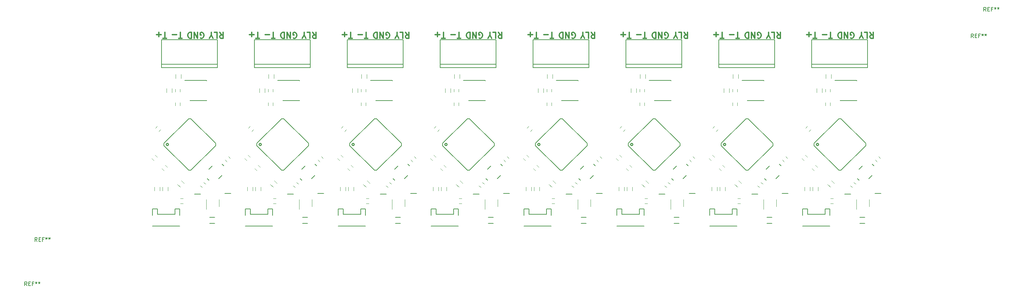
<source format=gto>
G04 #@! TF.FileFunction,Legend,Top*
%FSLAX46Y46*%
G04 Gerber Fmt 4.6, Leading zero omitted, Abs format (unit mm)*
G04 Created by KiCad (PCBNEW 4.0.6) date 11/21/17 13:37:13*
%MOMM*%
%LPD*%
G01*
G04 APERTURE LIST*
%ADD10C,0.100000*%
%ADD11C,0.300000*%
%ADD12C,0.120000*%
%ADD13C,0.203200*%
%ADD14C,0.150000*%
%ADD15C,0.254000*%
G04 APERTURE END LIST*
D10*
D11*
X234292694Y-66977118D02*
X233435551Y-66977118D01*
X233864122Y-65477118D02*
X233864122Y-66977118D01*
X232935551Y-66048546D02*
X231792694Y-66048546D01*
X210924694Y-66977118D02*
X210067551Y-66977118D01*
X210496122Y-65477118D02*
X210496122Y-66977118D01*
X209567551Y-66048546D02*
X208424694Y-66048546D01*
X187556694Y-66977118D02*
X186699551Y-66977118D01*
X187128122Y-65477118D02*
X187128122Y-66977118D01*
X186199551Y-66048546D02*
X185056694Y-66048546D01*
X164188694Y-66977118D02*
X163331551Y-66977118D01*
X163760122Y-65477118D02*
X163760122Y-66977118D01*
X162831551Y-66048546D02*
X161688694Y-66048546D01*
X140820694Y-66977118D02*
X139963551Y-66977118D01*
X140392122Y-65477118D02*
X140392122Y-66977118D01*
X139463551Y-66048546D02*
X138320694Y-66048546D01*
X117452694Y-66977118D02*
X116595551Y-66977118D01*
X117024122Y-65477118D02*
X117024122Y-66977118D01*
X116095551Y-66048546D02*
X114952694Y-66048546D01*
X94084694Y-66977118D02*
X93227551Y-66977118D01*
X93656122Y-65477118D02*
X93656122Y-66977118D01*
X92727551Y-66048546D02*
X91584694Y-66048546D01*
X70716694Y-66977118D02*
X69859551Y-66977118D01*
X70288122Y-65477118D02*
X70288122Y-66977118D01*
X69359551Y-66048546D02*
X68216694Y-66048546D01*
X238904408Y-66905689D02*
X239047265Y-66977118D01*
X239261551Y-66977118D01*
X239475836Y-66905689D01*
X239618694Y-66762832D01*
X239690122Y-66619975D01*
X239761551Y-66334260D01*
X239761551Y-66119975D01*
X239690122Y-65834260D01*
X239618694Y-65691403D01*
X239475836Y-65548546D01*
X239261551Y-65477118D01*
X239118694Y-65477118D01*
X238904408Y-65548546D01*
X238832979Y-65619975D01*
X238832979Y-66119975D01*
X239118694Y-66119975D01*
X238190122Y-65477118D02*
X238190122Y-66977118D01*
X237332979Y-65477118D01*
X237332979Y-66977118D01*
X236618693Y-65477118D02*
X236618693Y-66977118D01*
X236261550Y-66977118D01*
X236047265Y-66905689D01*
X235904407Y-66762832D01*
X235832979Y-66619975D01*
X235761550Y-66334260D01*
X235761550Y-66119975D01*
X235832979Y-65834260D01*
X235904407Y-65691403D01*
X236047265Y-65548546D01*
X236261550Y-65477118D01*
X236618693Y-65477118D01*
X215536408Y-66905689D02*
X215679265Y-66977118D01*
X215893551Y-66977118D01*
X216107836Y-66905689D01*
X216250694Y-66762832D01*
X216322122Y-66619975D01*
X216393551Y-66334260D01*
X216393551Y-66119975D01*
X216322122Y-65834260D01*
X216250694Y-65691403D01*
X216107836Y-65548546D01*
X215893551Y-65477118D01*
X215750694Y-65477118D01*
X215536408Y-65548546D01*
X215464979Y-65619975D01*
X215464979Y-66119975D01*
X215750694Y-66119975D01*
X214822122Y-65477118D02*
X214822122Y-66977118D01*
X213964979Y-65477118D01*
X213964979Y-66977118D01*
X213250693Y-65477118D02*
X213250693Y-66977118D01*
X212893550Y-66977118D01*
X212679265Y-66905689D01*
X212536407Y-66762832D01*
X212464979Y-66619975D01*
X212393550Y-66334260D01*
X212393550Y-66119975D01*
X212464979Y-65834260D01*
X212536407Y-65691403D01*
X212679265Y-65548546D01*
X212893550Y-65477118D01*
X213250693Y-65477118D01*
X192168408Y-66905689D02*
X192311265Y-66977118D01*
X192525551Y-66977118D01*
X192739836Y-66905689D01*
X192882694Y-66762832D01*
X192954122Y-66619975D01*
X193025551Y-66334260D01*
X193025551Y-66119975D01*
X192954122Y-65834260D01*
X192882694Y-65691403D01*
X192739836Y-65548546D01*
X192525551Y-65477118D01*
X192382694Y-65477118D01*
X192168408Y-65548546D01*
X192096979Y-65619975D01*
X192096979Y-66119975D01*
X192382694Y-66119975D01*
X191454122Y-65477118D02*
X191454122Y-66977118D01*
X190596979Y-65477118D01*
X190596979Y-66977118D01*
X189882693Y-65477118D02*
X189882693Y-66977118D01*
X189525550Y-66977118D01*
X189311265Y-66905689D01*
X189168407Y-66762832D01*
X189096979Y-66619975D01*
X189025550Y-66334260D01*
X189025550Y-66119975D01*
X189096979Y-65834260D01*
X189168407Y-65691403D01*
X189311265Y-65548546D01*
X189525550Y-65477118D01*
X189882693Y-65477118D01*
X168800408Y-66905689D02*
X168943265Y-66977118D01*
X169157551Y-66977118D01*
X169371836Y-66905689D01*
X169514694Y-66762832D01*
X169586122Y-66619975D01*
X169657551Y-66334260D01*
X169657551Y-66119975D01*
X169586122Y-65834260D01*
X169514694Y-65691403D01*
X169371836Y-65548546D01*
X169157551Y-65477118D01*
X169014694Y-65477118D01*
X168800408Y-65548546D01*
X168728979Y-65619975D01*
X168728979Y-66119975D01*
X169014694Y-66119975D01*
X168086122Y-65477118D02*
X168086122Y-66977118D01*
X167228979Y-65477118D01*
X167228979Y-66977118D01*
X166514693Y-65477118D02*
X166514693Y-66977118D01*
X166157550Y-66977118D01*
X165943265Y-66905689D01*
X165800407Y-66762832D01*
X165728979Y-66619975D01*
X165657550Y-66334260D01*
X165657550Y-66119975D01*
X165728979Y-65834260D01*
X165800407Y-65691403D01*
X165943265Y-65548546D01*
X166157550Y-65477118D01*
X166514693Y-65477118D01*
X145432408Y-66905689D02*
X145575265Y-66977118D01*
X145789551Y-66977118D01*
X146003836Y-66905689D01*
X146146694Y-66762832D01*
X146218122Y-66619975D01*
X146289551Y-66334260D01*
X146289551Y-66119975D01*
X146218122Y-65834260D01*
X146146694Y-65691403D01*
X146003836Y-65548546D01*
X145789551Y-65477118D01*
X145646694Y-65477118D01*
X145432408Y-65548546D01*
X145360979Y-65619975D01*
X145360979Y-66119975D01*
X145646694Y-66119975D01*
X144718122Y-65477118D02*
X144718122Y-66977118D01*
X143860979Y-65477118D01*
X143860979Y-66977118D01*
X143146693Y-65477118D02*
X143146693Y-66977118D01*
X142789550Y-66977118D01*
X142575265Y-66905689D01*
X142432407Y-66762832D01*
X142360979Y-66619975D01*
X142289550Y-66334260D01*
X142289550Y-66119975D01*
X142360979Y-65834260D01*
X142432407Y-65691403D01*
X142575265Y-65548546D01*
X142789550Y-65477118D01*
X143146693Y-65477118D01*
X122064408Y-66905689D02*
X122207265Y-66977118D01*
X122421551Y-66977118D01*
X122635836Y-66905689D01*
X122778694Y-66762832D01*
X122850122Y-66619975D01*
X122921551Y-66334260D01*
X122921551Y-66119975D01*
X122850122Y-65834260D01*
X122778694Y-65691403D01*
X122635836Y-65548546D01*
X122421551Y-65477118D01*
X122278694Y-65477118D01*
X122064408Y-65548546D01*
X121992979Y-65619975D01*
X121992979Y-66119975D01*
X122278694Y-66119975D01*
X121350122Y-65477118D02*
X121350122Y-66977118D01*
X120492979Y-65477118D01*
X120492979Y-66977118D01*
X119778693Y-65477118D02*
X119778693Y-66977118D01*
X119421550Y-66977118D01*
X119207265Y-66905689D01*
X119064407Y-66762832D01*
X118992979Y-66619975D01*
X118921550Y-66334260D01*
X118921550Y-66119975D01*
X118992979Y-65834260D01*
X119064407Y-65691403D01*
X119207265Y-65548546D01*
X119421550Y-65477118D01*
X119778693Y-65477118D01*
X98696408Y-66905689D02*
X98839265Y-66977118D01*
X99053551Y-66977118D01*
X99267836Y-66905689D01*
X99410694Y-66762832D01*
X99482122Y-66619975D01*
X99553551Y-66334260D01*
X99553551Y-66119975D01*
X99482122Y-65834260D01*
X99410694Y-65691403D01*
X99267836Y-65548546D01*
X99053551Y-65477118D01*
X98910694Y-65477118D01*
X98696408Y-65548546D01*
X98624979Y-65619975D01*
X98624979Y-66119975D01*
X98910694Y-66119975D01*
X97982122Y-65477118D02*
X97982122Y-66977118D01*
X97124979Y-65477118D01*
X97124979Y-66977118D01*
X96410693Y-65477118D02*
X96410693Y-66977118D01*
X96053550Y-66977118D01*
X95839265Y-66905689D01*
X95696407Y-66762832D01*
X95624979Y-66619975D01*
X95553550Y-66334260D01*
X95553550Y-66119975D01*
X95624979Y-65834260D01*
X95696407Y-65691403D01*
X95839265Y-65548546D01*
X96053550Y-65477118D01*
X96410693Y-65477118D01*
X75328408Y-66905689D02*
X75471265Y-66977118D01*
X75685551Y-66977118D01*
X75899836Y-66905689D01*
X76042694Y-66762832D01*
X76114122Y-66619975D01*
X76185551Y-66334260D01*
X76185551Y-66119975D01*
X76114122Y-65834260D01*
X76042694Y-65691403D01*
X75899836Y-65548546D01*
X75685551Y-65477118D01*
X75542694Y-65477118D01*
X75328408Y-65548546D01*
X75256979Y-65619975D01*
X75256979Y-66119975D01*
X75542694Y-66119975D01*
X74614122Y-65477118D02*
X74614122Y-66977118D01*
X73756979Y-65477118D01*
X73756979Y-66977118D01*
X73042693Y-65477118D02*
X73042693Y-66977118D01*
X72685550Y-66977118D01*
X72471265Y-66905689D01*
X72328407Y-66762832D01*
X72256979Y-66619975D01*
X72185550Y-66334260D01*
X72185550Y-66119975D01*
X72256979Y-65834260D01*
X72328407Y-65691403D01*
X72471265Y-65548546D01*
X72685550Y-65477118D01*
X73042693Y-65477118D01*
X243754265Y-65477118D02*
X244254265Y-66191403D01*
X244611408Y-65477118D02*
X244611408Y-66977118D01*
X244039980Y-66977118D01*
X243897122Y-66905689D01*
X243825694Y-66834260D01*
X243754265Y-66691403D01*
X243754265Y-66477118D01*
X243825694Y-66334260D01*
X243897122Y-66262832D01*
X244039980Y-66191403D01*
X244611408Y-66191403D01*
X242397122Y-65477118D02*
X243111408Y-65477118D01*
X243111408Y-66977118D01*
X241611408Y-66191403D02*
X241611408Y-65477118D01*
X242111408Y-66977118D02*
X241611408Y-66191403D01*
X241111408Y-66977118D01*
X220386265Y-65477118D02*
X220886265Y-66191403D01*
X221243408Y-65477118D02*
X221243408Y-66977118D01*
X220671980Y-66977118D01*
X220529122Y-66905689D01*
X220457694Y-66834260D01*
X220386265Y-66691403D01*
X220386265Y-66477118D01*
X220457694Y-66334260D01*
X220529122Y-66262832D01*
X220671980Y-66191403D01*
X221243408Y-66191403D01*
X219029122Y-65477118D02*
X219743408Y-65477118D01*
X219743408Y-66977118D01*
X218243408Y-66191403D02*
X218243408Y-65477118D01*
X218743408Y-66977118D02*
X218243408Y-66191403D01*
X217743408Y-66977118D01*
X197018265Y-65477118D02*
X197518265Y-66191403D01*
X197875408Y-65477118D02*
X197875408Y-66977118D01*
X197303980Y-66977118D01*
X197161122Y-66905689D01*
X197089694Y-66834260D01*
X197018265Y-66691403D01*
X197018265Y-66477118D01*
X197089694Y-66334260D01*
X197161122Y-66262832D01*
X197303980Y-66191403D01*
X197875408Y-66191403D01*
X195661122Y-65477118D02*
X196375408Y-65477118D01*
X196375408Y-66977118D01*
X194875408Y-66191403D02*
X194875408Y-65477118D01*
X195375408Y-66977118D02*
X194875408Y-66191403D01*
X194375408Y-66977118D01*
X173650265Y-65477118D02*
X174150265Y-66191403D01*
X174507408Y-65477118D02*
X174507408Y-66977118D01*
X173935980Y-66977118D01*
X173793122Y-66905689D01*
X173721694Y-66834260D01*
X173650265Y-66691403D01*
X173650265Y-66477118D01*
X173721694Y-66334260D01*
X173793122Y-66262832D01*
X173935980Y-66191403D01*
X174507408Y-66191403D01*
X172293122Y-65477118D02*
X173007408Y-65477118D01*
X173007408Y-66977118D01*
X171507408Y-66191403D02*
X171507408Y-65477118D01*
X172007408Y-66977118D02*
X171507408Y-66191403D01*
X171007408Y-66977118D01*
X150282265Y-65477118D02*
X150782265Y-66191403D01*
X151139408Y-65477118D02*
X151139408Y-66977118D01*
X150567980Y-66977118D01*
X150425122Y-66905689D01*
X150353694Y-66834260D01*
X150282265Y-66691403D01*
X150282265Y-66477118D01*
X150353694Y-66334260D01*
X150425122Y-66262832D01*
X150567980Y-66191403D01*
X151139408Y-66191403D01*
X148925122Y-65477118D02*
X149639408Y-65477118D01*
X149639408Y-66977118D01*
X148139408Y-66191403D02*
X148139408Y-65477118D01*
X148639408Y-66977118D02*
X148139408Y-66191403D01*
X147639408Y-66977118D01*
X126914265Y-65477118D02*
X127414265Y-66191403D01*
X127771408Y-65477118D02*
X127771408Y-66977118D01*
X127199980Y-66977118D01*
X127057122Y-66905689D01*
X126985694Y-66834260D01*
X126914265Y-66691403D01*
X126914265Y-66477118D01*
X126985694Y-66334260D01*
X127057122Y-66262832D01*
X127199980Y-66191403D01*
X127771408Y-66191403D01*
X125557122Y-65477118D02*
X126271408Y-65477118D01*
X126271408Y-66977118D01*
X124771408Y-66191403D02*
X124771408Y-65477118D01*
X125271408Y-66977118D02*
X124771408Y-66191403D01*
X124271408Y-66977118D01*
X103546265Y-65477118D02*
X104046265Y-66191403D01*
X104403408Y-65477118D02*
X104403408Y-66977118D01*
X103831980Y-66977118D01*
X103689122Y-66905689D01*
X103617694Y-66834260D01*
X103546265Y-66691403D01*
X103546265Y-66477118D01*
X103617694Y-66334260D01*
X103689122Y-66262832D01*
X103831980Y-66191403D01*
X104403408Y-66191403D01*
X102189122Y-65477118D02*
X102903408Y-65477118D01*
X102903408Y-66977118D01*
X101403408Y-66191403D02*
X101403408Y-65477118D01*
X101903408Y-66977118D02*
X101403408Y-66191403D01*
X100903408Y-66977118D01*
X80178265Y-65477118D02*
X80678265Y-66191403D01*
X81035408Y-65477118D02*
X81035408Y-66977118D01*
X80463980Y-66977118D01*
X80321122Y-66905689D01*
X80249694Y-66834260D01*
X80178265Y-66691403D01*
X80178265Y-66477118D01*
X80249694Y-66334260D01*
X80321122Y-66262832D01*
X80463980Y-66191403D01*
X81035408Y-66191403D01*
X78821122Y-65477118D02*
X79535408Y-65477118D01*
X79535408Y-66977118D01*
X78035408Y-66191403D02*
X78035408Y-65477118D01*
X78535408Y-66977118D02*
X78035408Y-66191403D01*
X77535408Y-66977118D01*
X230355694Y-66977118D02*
X229498551Y-66977118D01*
X229927122Y-65477118D02*
X229927122Y-66977118D01*
X228998551Y-66048546D02*
X227855694Y-66048546D01*
X228427123Y-65477118D02*
X228427123Y-66619975D01*
X206987694Y-66977118D02*
X206130551Y-66977118D01*
X206559122Y-65477118D02*
X206559122Y-66977118D01*
X205630551Y-66048546D02*
X204487694Y-66048546D01*
X205059123Y-65477118D02*
X205059123Y-66619975D01*
X183619694Y-66977118D02*
X182762551Y-66977118D01*
X183191122Y-65477118D02*
X183191122Y-66977118D01*
X182262551Y-66048546D02*
X181119694Y-66048546D01*
X181691123Y-65477118D02*
X181691123Y-66619975D01*
X160251694Y-66977118D02*
X159394551Y-66977118D01*
X159823122Y-65477118D02*
X159823122Y-66977118D01*
X158894551Y-66048546D02*
X157751694Y-66048546D01*
X158323123Y-65477118D02*
X158323123Y-66619975D01*
X136883694Y-66977118D02*
X136026551Y-66977118D01*
X136455122Y-65477118D02*
X136455122Y-66977118D01*
X135526551Y-66048546D02*
X134383694Y-66048546D01*
X134955123Y-65477118D02*
X134955123Y-66619975D01*
X113515694Y-66977118D02*
X112658551Y-66977118D01*
X113087122Y-65477118D02*
X113087122Y-66977118D01*
X112158551Y-66048546D02*
X111015694Y-66048546D01*
X111587123Y-65477118D02*
X111587123Y-66619975D01*
X90147694Y-66977118D02*
X89290551Y-66977118D01*
X89719122Y-65477118D02*
X89719122Y-66977118D01*
X88790551Y-66048546D02*
X87647694Y-66048546D01*
X88219123Y-65477118D02*
X88219123Y-66619975D01*
X66779694Y-66977118D02*
X65922551Y-66977118D01*
X66351122Y-65477118D02*
X66351122Y-66977118D01*
X65422551Y-66048546D02*
X64279694Y-66048546D01*
X64851123Y-65477118D02*
X64851123Y-66619975D01*
D12*
X231710551Y-79625689D02*
X231710551Y-80625689D01*
X230350551Y-80625689D02*
X230350551Y-79625689D01*
X208342551Y-79625689D02*
X208342551Y-80625689D01*
X206982551Y-80625689D02*
X206982551Y-79625689D01*
X184974551Y-79625689D02*
X184974551Y-80625689D01*
X183614551Y-80625689D02*
X183614551Y-79625689D01*
X161606551Y-79625689D02*
X161606551Y-80625689D01*
X160246551Y-80625689D02*
X160246551Y-79625689D01*
X138238551Y-79625689D02*
X138238551Y-80625689D01*
X136878551Y-80625689D02*
X136878551Y-79625689D01*
X114870551Y-79625689D02*
X114870551Y-80625689D01*
X113510551Y-80625689D02*
X113510551Y-79625689D01*
X91502551Y-79625689D02*
X91502551Y-80625689D01*
X90142551Y-80625689D02*
X90142551Y-79625689D01*
X68134551Y-79625689D02*
X68134551Y-80625689D01*
X66774551Y-80625689D02*
X66774551Y-79625689D01*
D13*
X229156031Y-67329169D02*
X243151431Y-67329169D01*
X243151431Y-67329169D02*
X243151431Y-73526769D01*
X243151431Y-73526769D02*
X243151431Y-74326869D01*
X243151431Y-74326869D02*
X229156031Y-74326869D01*
X229156031Y-74326869D02*
X229156031Y-73526769D01*
X229156031Y-73526769D02*
X229156031Y-67329169D01*
X243151431Y-73526769D02*
X229156031Y-73526769D01*
X205788031Y-67329169D02*
X219783431Y-67329169D01*
X219783431Y-67329169D02*
X219783431Y-73526769D01*
X219783431Y-73526769D02*
X219783431Y-74326869D01*
X219783431Y-74326869D02*
X205788031Y-74326869D01*
X205788031Y-74326869D02*
X205788031Y-73526769D01*
X205788031Y-73526769D02*
X205788031Y-67329169D01*
X219783431Y-73526769D02*
X205788031Y-73526769D01*
X182420031Y-67329169D02*
X196415431Y-67329169D01*
X196415431Y-67329169D02*
X196415431Y-73526769D01*
X196415431Y-73526769D02*
X196415431Y-74326869D01*
X196415431Y-74326869D02*
X182420031Y-74326869D01*
X182420031Y-74326869D02*
X182420031Y-73526769D01*
X182420031Y-73526769D02*
X182420031Y-67329169D01*
X196415431Y-73526769D02*
X182420031Y-73526769D01*
X159052031Y-67329169D02*
X173047431Y-67329169D01*
X173047431Y-67329169D02*
X173047431Y-73526769D01*
X173047431Y-73526769D02*
X173047431Y-74326869D01*
X173047431Y-74326869D02*
X159052031Y-74326869D01*
X159052031Y-74326869D02*
X159052031Y-73526769D01*
X159052031Y-73526769D02*
X159052031Y-67329169D01*
X173047431Y-73526769D02*
X159052031Y-73526769D01*
X135684031Y-67329169D02*
X149679431Y-67329169D01*
X149679431Y-67329169D02*
X149679431Y-73526769D01*
X149679431Y-73526769D02*
X149679431Y-74326869D01*
X149679431Y-74326869D02*
X135684031Y-74326869D01*
X135684031Y-74326869D02*
X135684031Y-73526769D01*
X135684031Y-73526769D02*
X135684031Y-67329169D01*
X149679431Y-73526769D02*
X135684031Y-73526769D01*
X112316031Y-67329169D02*
X126311431Y-67329169D01*
X126311431Y-67329169D02*
X126311431Y-73526769D01*
X126311431Y-73526769D02*
X126311431Y-74326869D01*
X126311431Y-74326869D02*
X112316031Y-74326869D01*
X112316031Y-74326869D02*
X112316031Y-73526769D01*
X112316031Y-73526769D02*
X112316031Y-67329169D01*
X126311431Y-73526769D02*
X112316031Y-73526769D01*
X88948031Y-67329169D02*
X102943431Y-67329169D01*
X102943431Y-67329169D02*
X102943431Y-73526769D01*
X102943431Y-73526769D02*
X102943431Y-74326869D01*
X102943431Y-74326869D02*
X88948031Y-74326869D01*
X88948031Y-74326869D02*
X88948031Y-73526769D01*
X88948031Y-73526769D02*
X88948031Y-67329169D01*
X102943431Y-73526769D02*
X88948031Y-73526769D01*
X65580031Y-67329169D02*
X79575431Y-67329169D01*
X79575431Y-67329169D02*
X79575431Y-73526769D01*
X79575431Y-73526769D02*
X79575431Y-74326869D01*
X79575431Y-74326869D02*
X65580031Y-74326869D01*
X65580031Y-74326869D02*
X65580031Y-73526769D01*
X65580031Y-73526769D02*
X65580031Y-67329169D01*
X79575431Y-73526769D02*
X65580031Y-73526769D01*
D12*
X233996551Y-76069689D02*
X233996551Y-77069689D01*
X232636551Y-77069689D02*
X232636551Y-76069689D01*
X210628551Y-76069689D02*
X210628551Y-77069689D01*
X209268551Y-77069689D02*
X209268551Y-76069689D01*
X187260551Y-76069689D02*
X187260551Y-77069689D01*
X185900551Y-77069689D02*
X185900551Y-76069689D01*
X163892551Y-76069689D02*
X163892551Y-77069689D01*
X162532551Y-77069689D02*
X162532551Y-76069689D01*
X140524551Y-76069689D02*
X140524551Y-77069689D01*
X139164551Y-77069689D02*
X139164551Y-76069689D01*
X117156551Y-76069689D02*
X117156551Y-77069689D01*
X115796551Y-77069689D02*
X115796551Y-76069689D01*
X93788551Y-76069689D02*
X93788551Y-77069689D01*
X92428551Y-77069689D02*
X92428551Y-76069689D01*
X70420551Y-76069689D02*
X70420551Y-77069689D01*
X69060551Y-77069689D02*
X69060551Y-76069689D01*
D14*
X236321551Y-77550689D02*
X236321551Y-77600689D01*
X240471551Y-77550689D02*
X240471551Y-77695689D01*
X240471551Y-82700689D02*
X240471551Y-82555689D01*
X236321551Y-82700689D02*
X236321551Y-82555689D01*
X236321551Y-77550689D02*
X240471551Y-77550689D01*
X236321551Y-82700689D02*
X240471551Y-82700689D01*
X236321551Y-77600689D02*
X234921551Y-77600689D01*
X212953551Y-77550689D02*
X212953551Y-77600689D01*
X217103551Y-77550689D02*
X217103551Y-77695689D01*
X217103551Y-82700689D02*
X217103551Y-82555689D01*
X212953551Y-82700689D02*
X212953551Y-82555689D01*
X212953551Y-77550689D02*
X217103551Y-77550689D01*
X212953551Y-82700689D02*
X217103551Y-82700689D01*
X212953551Y-77600689D02*
X211553551Y-77600689D01*
X189585551Y-77550689D02*
X189585551Y-77600689D01*
X193735551Y-77550689D02*
X193735551Y-77695689D01*
X193735551Y-82700689D02*
X193735551Y-82555689D01*
X189585551Y-82700689D02*
X189585551Y-82555689D01*
X189585551Y-77550689D02*
X193735551Y-77550689D01*
X189585551Y-82700689D02*
X193735551Y-82700689D01*
X189585551Y-77600689D02*
X188185551Y-77600689D01*
X166217551Y-77550689D02*
X166217551Y-77600689D01*
X170367551Y-77550689D02*
X170367551Y-77695689D01*
X170367551Y-82700689D02*
X170367551Y-82555689D01*
X166217551Y-82700689D02*
X166217551Y-82555689D01*
X166217551Y-77550689D02*
X170367551Y-77550689D01*
X166217551Y-82700689D02*
X170367551Y-82700689D01*
X166217551Y-77600689D02*
X164817551Y-77600689D01*
X142849551Y-77550689D02*
X142849551Y-77600689D01*
X146999551Y-77550689D02*
X146999551Y-77695689D01*
X146999551Y-82700689D02*
X146999551Y-82555689D01*
X142849551Y-82700689D02*
X142849551Y-82555689D01*
X142849551Y-77550689D02*
X146999551Y-77550689D01*
X142849551Y-82700689D02*
X146999551Y-82700689D01*
X142849551Y-77600689D02*
X141449551Y-77600689D01*
X119481551Y-77550689D02*
X119481551Y-77600689D01*
X123631551Y-77550689D02*
X123631551Y-77695689D01*
X123631551Y-82700689D02*
X123631551Y-82555689D01*
X119481551Y-82700689D02*
X119481551Y-82555689D01*
X119481551Y-77550689D02*
X123631551Y-77550689D01*
X119481551Y-82700689D02*
X123631551Y-82700689D01*
X119481551Y-77600689D02*
X118081551Y-77600689D01*
X96113551Y-77550689D02*
X96113551Y-77600689D01*
X100263551Y-77550689D02*
X100263551Y-77695689D01*
X100263551Y-82700689D02*
X100263551Y-82555689D01*
X96113551Y-82700689D02*
X96113551Y-82555689D01*
X96113551Y-77550689D02*
X100263551Y-77550689D01*
X96113551Y-82700689D02*
X100263551Y-82700689D01*
X96113551Y-77600689D02*
X94713551Y-77600689D01*
X72745551Y-77550689D02*
X72745551Y-77600689D01*
X76895551Y-77550689D02*
X76895551Y-77695689D01*
X76895551Y-82700689D02*
X76895551Y-82555689D01*
X72745551Y-82700689D02*
X72745551Y-82555689D01*
X72745551Y-77550689D02*
X76895551Y-77550689D01*
X72745551Y-82700689D02*
X76895551Y-82700689D01*
X72745551Y-77600689D02*
X71345551Y-77600689D01*
D12*
X232589551Y-83892689D02*
X232589551Y-83192689D01*
X233789551Y-83192689D02*
X233789551Y-83892689D01*
X209221551Y-83892689D02*
X209221551Y-83192689D01*
X210421551Y-83192689D02*
X210421551Y-83892689D01*
X185853551Y-83892689D02*
X185853551Y-83192689D01*
X187053551Y-83192689D02*
X187053551Y-83892689D01*
X162485551Y-83892689D02*
X162485551Y-83192689D01*
X163685551Y-83192689D02*
X163685551Y-83892689D01*
X139117551Y-83892689D02*
X139117551Y-83192689D01*
X140317551Y-83192689D02*
X140317551Y-83892689D01*
X115749551Y-83892689D02*
X115749551Y-83192689D01*
X116949551Y-83192689D02*
X116949551Y-83892689D01*
X92381551Y-83892689D02*
X92381551Y-83192689D01*
X93581551Y-83192689D02*
X93581551Y-83892689D01*
X69013551Y-83892689D02*
X69013551Y-83192689D01*
X70213551Y-83192689D02*
X70213551Y-83892689D01*
X232589551Y-80475689D02*
X232589551Y-79775689D01*
X233789551Y-79775689D02*
X233789551Y-80475689D01*
X209221551Y-80475689D02*
X209221551Y-79775689D01*
X210421551Y-79775689D02*
X210421551Y-80475689D01*
X185853551Y-80475689D02*
X185853551Y-79775689D01*
X187053551Y-79775689D02*
X187053551Y-80475689D01*
X162485551Y-80475689D02*
X162485551Y-79775689D01*
X163685551Y-79775689D02*
X163685551Y-80475689D01*
X139117551Y-80475689D02*
X139117551Y-79775689D01*
X140317551Y-79775689D02*
X140317551Y-80475689D01*
X115749551Y-80475689D02*
X115749551Y-79775689D01*
X116949551Y-79775689D02*
X116949551Y-80475689D01*
X92381551Y-80475689D02*
X92381551Y-79775689D01*
X93581551Y-79775689D02*
X93581551Y-80475689D01*
X69013551Y-80475689D02*
X69013551Y-79775689D01*
X70213551Y-79775689D02*
X70213551Y-80475689D01*
D13*
X244339977Y-101477379D02*
X243492241Y-102325115D01*
X241089125Y-102748983D02*
X240665257Y-102325115D01*
X241089125Y-99921999D02*
X241936861Y-99074263D01*
X244763845Y-99074263D02*
X244339977Y-98650395D01*
X220971977Y-101477379D02*
X220124241Y-102325115D01*
X217721125Y-102748983D02*
X217297257Y-102325115D01*
X217721125Y-99921999D02*
X218568861Y-99074263D01*
X221395845Y-99074263D02*
X220971977Y-98650395D01*
X197603977Y-101477379D02*
X196756241Y-102325115D01*
X194353125Y-102748983D02*
X193929257Y-102325115D01*
X194353125Y-99921999D02*
X195200861Y-99074263D01*
X198027845Y-99074263D02*
X197603977Y-98650395D01*
X174235977Y-101477379D02*
X173388241Y-102325115D01*
X170985125Y-102748983D02*
X170561257Y-102325115D01*
X170985125Y-99921999D02*
X171832861Y-99074263D01*
X174659845Y-99074263D02*
X174235977Y-98650395D01*
X150867977Y-101477379D02*
X150020241Y-102325115D01*
X147617125Y-102748983D02*
X147193257Y-102325115D01*
X147617125Y-99921999D02*
X148464861Y-99074263D01*
X151291845Y-99074263D02*
X150867977Y-98650395D01*
X127499977Y-101477379D02*
X126652241Y-102325115D01*
X124249125Y-102748983D02*
X123825257Y-102325115D01*
X124249125Y-99921999D02*
X125096861Y-99074263D01*
X127923845Y-99074263D02*
X127499977Y-98650395D01*
X104131977Y-101477379D02*
X103284241Y-102325115D01*
X100881125Y-102748983D02*
X100457257Y-102325115D01*
X100881125Y-99921999D02*
X101728861Y-99074263D01*
X104555845Y-99074263D02*
X104131977Y-98650395D01*
X80763977Y-101477379D02*
X79916241Y-102325115D01*
X77513125Y-102748983D02*
X77089257Y-102325115D01*
X77513125Y-99921999D02*
X78360861Y-99074263D01*
X81187845Y-99074263D02*
X80763977Y-98650395D01*
D12*
X233824272Y-104455075D02*
X233117165Y-103747968D01*
X234078830Y-102786303D02*
X234785937Y-103493410D01*
X210456272Y-104455075D02*
X209749165Y-103747968D01*
X210710830Y-102786303D02*
X211417937Y-103493410D01*
X187088272Y-104455075D02*
X186381165Y-103747968D01*
X187342830Y-102786303D02*
X188049937Y-103493410D01*
X163720272Y-104455075D02*
X163013165Y-103747968D01*
X163974830Y-102786303D02*
X164681937Y-103493410D01*
X140352272Y-104455075D02*
X139645165Y-103747968D01*
X140606830Y-102786303D02*
X141313937Y-103493410D01*
X116984272Y-104455075D02*
X116277165Y-103747968D01*
X117238830Y-102786303D02*
X117945937Y-103493410D01*
X93616272Y-104455075D02*
X92909165Y-103747968D01*
X93870830Y-102786303D02*
X94577937Y-103493410D01*
X70248272Y-104455075D02*
X69541165Y-103747968D01*
X70502830Y-102786303D02*
X71209937Y-103493410D01*
X239716328Y-103202938D02*
X240211302Y-103697912D01*
X239362774Y-104546440D02*
X238867800Y-104051466D01*
X216348328Y-103202938D02*
X216843302Y-103697912D01*
X215994774Y-104546440D02*
X215499800Y-104051466D01*
X192980328Y-103202938D02*
X193475302Y-103697912D01*
X192626774Y-104546440D02*
X192131800Y-104051466D01*
X169612328Y-103202938D02*
X170107302Y-103697912D01*
X169258774Y-104546440D02*
X168763800Y-104051466D01*
X146244328Y-103202938D02*
X146739302Y-103697912D01*
X145890774Y-104546440D02*
X145395800Y-104051466D01*
X122876328Y-103202938D02*
X123371302Y-103697912D01*
X122522774Y-104546440D02*
X122027800Y-104051466D01*
X99508328Y-103202938D02*
X100003302Y-103697912D01*
X99154774Y-104546440D02*
X98659800Y-104051466D01*
X76140328Y-103202938D02*
X76635302Y-103697912D01*
X75786774Y-104546440D02*
X75291800Y-104051466D01*
X245585774Y-98069440D02*
X245090800Y-97574466D01*
X245939328Y-96725938D02*
X246434302Y-97220912D01*
X222217774Y-98069440D02*
X221722800Y-97574466D01*
X222571328Y-96725938D02*
X223066302Y-97220912D01*
X198849774Y-98069440D02*
X198354800Y-97574466D01*
X199203328Y-96725938D02*
X199698302Y-97220912D01*
X175481774Y-98069440D02*
X174986800Y-97574466D01*
X175835328Y-96725938D02*
X176330302Y-97220912D01*
X152113774Y-98069440D02*
X151618800Y-97574466D01*
X152467328Y-96725938D02*
X152962302Y-97220912D01*
X128745774Y-98069440D02*
X128250800Y-97574466D01*
X129099328Y-96725938D02*
X129594302Y-97220912D01*
X105377774Y-98069440D02*
X104882800Y-97574466D01*
X105731328Y-96725938D02*
X106226302Y-97220912D01*
X82009774Y-98069440D02*
X81514800Y-97574466D01*
X82363328Y-96725938D02*
X82858302Y-97220912D01*
X227564800Y-89600912D02*
X228059774Y-89105938D01*
X228908302Y-89954466D02*
X228413328Y-90449440D01*
X204196800Y-89600912D02*
X204691774Y-89105938D01*
X205540302Y-89954466D02*
X205045328Y-90449440D01*
X180828800Y-89600912D02*
X181323774Y-89105938D01*
X182172302Y-89954466D02*
X181677328Y-90449440D01*
X157460800Y-89600912D02*
X157955774Y-89105938D01*
X158804302Y-89954466D02*
X158309328Y-90449440D01*
X134092800Y-89600912D02*
X134587774Y-89105938D01*
X135436302Y-89954466D02*
X134941328Y-90449440D01*
X110724800Y-89600912D02*
X111219774Y-89105938D01*
X112068302Y-89954466D02*
X111573328Y-90449440D01*
X87356800Y-89600912D02*
X87851774Y-89105938D01*
X88700302Y-89954466D02*
X88205328Y-90449440D01*
X63988800Y-89600912D02*
X64483774Y-89105938D01*
X65332302Y-89954466D02*
X64837328Y-90449440D01*
X227193104Y-97710770D02*
X226698130Y-97215796D01*
X227546658Y-96367268D02*
X228041632Y-96862242D01*
X203825104Y-97710770D02*
X203330130Y-97215796D01*
X204178658Y-96367268D02*
X204673632Y-96862242D01*
X180457104Y-97710770D02*
X179962130Y-97215796D01*
X180810658Y-96367268D02*
X181305632Y-96862242D01*
X157089104Y-97710770D02*
X156594130Y-97215796D01*
X157442658Y-96367268D02*
X157937632Y-96862242D01*
X133721104Y-97710770D02*
X133226130Y-97215796D01*
X134074658Y-96367268D02*
X134569632Y-96862242D01*
X110353104Y-97710770D02*
X109858130Y-97215796D01*
X110706658Y-96367268D02*
X111201632Y-96862242D01*
X86985104Y-97710770D02*
X86490130Y-97215796D01*
X87338658Y-96367268D02*
X87833632Y-96862242D01*
X63617104Y-97710770D02*
X63122130Y-97215796D01*
X63970658Y-96367268D02*
X64465632Y-96862242D01*
D13*
X229734050Y-93996669D02*
X229734050Y-93432709D01*
X229734050Y-93432709D02*
X235955571Y-87211188D01*
X235955571Y-87211188D02*
X236519531Y-87211188D01*
X236519531Y-87211188D02*
X242741052Y-93432709D01*
X242741052Y-93432709D02*
X242741052Y-93996669D01*
X242741052Y-93996669D02*
X236519531Y-100218190D01*
X236519531Y-100218190D02*
X235955571Y-100218190D01*
X235955571Y-100218190D02*
X229734050Y-93996669D01*
D15*
X230865522Y-93714689D02*
G75*
G03X230865522Y-93714689I-281940J0D01*
G01*
D13*
X206366050Y-93996669D02*
X206366050Y-93432709D01*
X206366050Y-93432709D02*
X212587571Y-87211188D01*
X212587571Y-87211188D02*
X213151531Y-87211188D01*
X213151531Y-87211188D02*
X219373052Y-93432709D01*
X219373052Y-93432709D02*
X219373052Y-93996669D01*
X219373052Y-93996669D02*
X213151531Y-100218190D01*
X213151531Y-100218190D02*
X212587571Y-100218190D01*
X212587571Y-100218190D02*
X206366050Y-93996669D01*
D15*
X207497522Y-93714689D02*
G75*
G03X207497522Y-93714689I-281940J0D01*
G01*
D13*
X182998050Y-93996669D02*
X182998050Y-93432709D01*
X182998050Y-93432709D02*
X189219571Y-87211188D01*
X189219571Y-87211188D02*
X189783531Y-87211188D01*
X189783531Y-87211188D02*
X196005052Y-93432709D01*
X196005052Y-93432709D02*
X196005052Y-93996669D01*
X196005052Y-93996669D02*
X189783531Y-100218190D01*
X189783531Y-100218190D02*
X189219571Y-100218190D01*
X189219571Y-100218190D02*
X182998050Y-93996669D01*
D15*
X184129522Y-93714689D02*
G75*
G03X184129522Y-93714689I-281940J0D01*
G01*
D13*
X159630050Y-93996669D02*
X159630050Y-93432709D01*
X159630050Y-93432709D02*
X165851571Y-87211188D01*
X165851571Y-87211188D02*
X166415531Y-87211188D01*
X166415531Y-87211188D02*
X172637052Y-93432709D01*
X172637052Y-93432709D02*
X172637052Y-93996669D01*
X172637052Y-93996669D02*
X166415531Y-100218190D01*
X166415531Y-100218190D02*
X165851571Y-100218190D01*
X165851571Y-100218190D02*
X159630050Y-93996669D01*
D15*
X160761522Y-93714689D02*
G75*
G03X160761522Y-93714689I-281940J0D01*
G01*
D13*
X136262050Y-93996669D02*
X136262050Y-93432709D01*
X136262050Y-93432709D02*
X142483571Y-87211188D01*
X142483571Y-87211188D02*
X143047531Y-87211188D01*
X143047531Y-87211188D02*
X149269052Y-93432709D01*
X149269052Y-93432709D02*
X149269052Y-93996669D01*
X149269052Y-93996669D02*
X143047531Y-100218190D01*
X143047531Y-100218190D02*
X142483571Y-100218190D01*
X142483571Y-100218190D02*
X136262050Y-93996669D01*
D15*
X137393522Y-93714689D02*
G75*
G03X137393522Y-93714689I-281940J0D01*
G01*
D13*
X112894050Y-93996669D02*
X112894050Y-93432709D01*
X112894050Y-93432709D02*
X119115571Y-87211188D01*
X119115571Y-87211188D02*
X119679531Y-87211188D01*
X119679531Y-87211188D02*
X125901052Y-93432709D01*
X125901052Y-93432709D02*
X125901052Y-93996669D01*
X125901052Y-93996669D02*
X119679531Y-100218190D01*
X119679531Y-100218190D02*
X119115571Y-100218190D01*
X119115571Y-100218190D02*
X112894050Y-93996669D01*
D15*
X114025522Y-93714689D02*
G75*
G03X114025522Y-93714689I-281940J0D01*
G01*
D13*
X89526050Y-93996669D02*
X89526050Y-93432709D01*
X89526050Y-93432709D02*
X95747571Y-87211188D01*
X95747571Y-87211188D02*
X96311531Y-87211188D01*
X96311531Y-87211188D02*
X102533052Y-93432709D01*
X102533052Y-93432709D02*
X102533052Y-93996669D01*
X102533052Y-93996669D02*
X96311531Y-100218190D01*
X96311531Y-100218190D02*
X95747571Y-100218190D01*
X95747571Y-100218190D02*
X89526050Y-93996669D01*
D15*
X90657522Y-93714689D02*
G75*
G03X90657522Y-93714689I-281940J0D01*
G01*
D13*
X66158050Y-93996669D02*
X66158050Y-93432709D01*
X66158050Y-93432709D02*
X72379571Y-87211188D01*
X72379571Y-87211188D02*
X72943531Y-87211188D01*
X72943531Y-87211188D02*
X79165052Y-93432709D01*
X79165052Y-93432709D02*
X79165052Y-93996669D01*
X79165052Y-93996669D02*
X72943531Y-100218190D01*
X72943531Y-100218190D02*
X72379571Y-100218190D01*
X72379571Y-100218190D02*
X66158050Y-93996669D01*
D15*
X67289522Y-93714689D02*
G75*
G03X67289522Y-93714689I-281940J0D01*
G01*
D12*
X230086658Y-98907268D02*
X230581632Y-99402242D01*
X229733104Y-100250770D02*
X229238130Y-99755796D01*
X206718658Y-98907268D02*
X207213632Y-99402242D01*
X206365104Y-100250770D02*
X205870130Y-99755796D01*
X183350658Y-98907268D02*
X183845632Y-99402242D01*
X182997104Y-100250770D02*
X182502130Y-99755796D01*
X159982658Y-98907268D02*
X160477632Y-99402242D01*
X159629104Y-100250770D02*
X159134130Y-99755796D01*
X136614658Y-98907268D02*
X137109632Y-99402242D01*
X136261104Y-100250770D02*
X135766130Y-99755796D01*
X113246658Y-98907268D02*
X113741632Y-99402242D01*
X112893104Y-100250770D02*
X112398130Y-99755796D01*
X89878658Y-98907268D02*
X90373632Y-99402242D01*
X89525104Y-100250770D02*
X89030130Y-99755796D01*
X66510658Y-98907268D02*
X67005632Y-99402242D01*
X66157104Y-100250770D02*
X65662130Y-99755796D01*
X243562551Y-109346689D02*
X243562551Y-107546689D01*
X240342551Y-107546689D02*
X240342551Y-109996689D01*
X220194551Y-109346689D02*
X220194551Y-107546689D01*
X216974551Y-107546689D02*
X216974551Y-109996689D01*
X196826551Y-109346689D02*
X196826551Y-107546689D01*
X193606551Y-107546689D02*
X193606551Y-109996689D01*
X173458551Y-109346689D02*
X173458551Y-107546689D01*
X170238551Y-107546689D02*
X170238551Y-109996689D01*
X150090551Y-109346689D02*
X150090551Y-107546689D01*
X146870551Y-107546689D02*
X146870551Y-109996689D01*
X126722551Y-109346689D02*
X126722551Y-107546689D01*
X123502551Y-107546689D02*
X123502551Y-109996689D01*
X103354551Y-109346689D02*
X103354551Y-107546689D01*
X100134551Y-107546689D02*
X100134551Y-109996689D01*
X79986551Y-109346689D02*
X79986551Y-107546689D01*
X76766551Y-107546689D02*
X76766551Y-109996689D01*
D13*
X237380551Y-106160689D02*
X238904551Y-106160689D01*
X214012551Y-106160689D02*
X215536551Y-106160689D01*
X190644551Y-106160689D02*
X192168551Y-106160689D01*
X167276551Y-106160689D02*
X168800551Y-106160689D01*
X143908551Y-106160689D02*
X145432551Y-106160689D01*
X120540551Y-106160689D02*
X122064551Y-106160689D01*
X97172551Y-106160689D02*
X98696551Y-106160689D01*
X73804551Y-106160689D02*
X75328551Y-106160689D01*
X245000551Y-106036229D02*
X246524551Y-106036229D01*
X221632551Y-106036229D02*
X223156551Y-106036229D01*
X198264551Y-106036229D02*
X199788551Y-106036229D01*
X174896551Y-106036229D02*
X176420551Y-106036229D01*
X151528551Y-106036229D02*
X153052551Y-106036229D01*
X128160551Y-106036229D02*
X129684551Y-106036229D01*
X104792551Y-106036229D02*
X106316551Y-106036229D01*
X81424551Y-106036229D02*
X82948551Y-106036229D01*
X242460551Y-113526689D02*
X241190551Y-113526689D01*
X241190551Y-112002689D02*
X242460551Y-112002689D01*
X219092551Y-113526689D02*
X217822551Y-113526689D01*
X217822551Y-112002689D02*
X219092551Y-112002689D01*
X195724551Y-113526689D02*
X194454551Y-113526689D01*
X194454551Y-112002689D02*
X195724551Y-112002689D01*
X172356551Y-113526689D02*
X171086551Y-113526689D01*
X171086551Y-112002689D02*
X172356551Y-112002689D01*
X148988551Y-113526689D02*
X147718551Y-113526689D01*
X147718551Y-112002689D02*
X148988551Y-112002689D01*
X125620551Y-113526689D02*
X124350551Y-113526689D01*
X124350551Y-112002689D02*
X125620551Y-112002689D01*
X102252551Y-113526689D02*
X100982551Y-113526689D01*
X100982551Y-112002689D02*
X102252551Y-112002689D01*
X78884551Y-113526689D02*
X77614551Y-113526689D01*
X77614551Y-112002689D02*
X78884551Y-112002689D01*
D12*
X230694551Y-104390689D02*
X230694551Y-105390689D01*
X229334551Y-105390689D02*
X229334551Y-104390689D01*
X207326551Y-104390689D02*
X207326551Y-105390689D01*
X205966551Y-105390689D02*
X205966551Y-104390689D01*
X183958551Y-104390689D02*
X183958551Y-105390689D01*
X182598551Y-105390689D02*
X182598551Y-104390689D01*
X160590551Y-104390689D02*
X160590551Y-105390689D01*
X159230551Y-105390689D02*
X159230551Y-104390689D01*
X137222551Y-104390689D02*
X137222551Y-105390689D01*
X135862551Y-105390689D02*
X135862551Y-104390689D01*
X113854551Y-104390689D02*
X113854551Y-105390689D01*
X112494551Y-105390689D02*
X112494551Y-104390689D01*
X90486551Y-104390689D02*
X90486551Y-105390689D01*
X89126551Y-105390689D02*
X89126551Y-104390689D01*
X67118551Y-104390689D02*
X67118551Y-105390689D01*
X65758551Y-105390689D02*
X65758551Y-104390689D01*
D13*
X226870031Y-111515009D02*
X226870031Y-109914809D01*
X226870031Y-109914809D02*
X228068911Y-109914809D01*
X233667071Y-109914809D02*
X232468191Y-109914809D01*
X233667071Y-111515009D02*
X233667071Y-109914809D01*
X226870031Y-114212489D02*
X233667071Y-114212489D01*
X228068911Y-109914809D02*
X228068911Y-111316889D01*
X228068911Y-111316889D02*
X232468191Y-111316889D01*
X232468191Y-111316889D02*
X232468191Y-109914809D01*
X203502031Y-111515009D02*
X203502031Y-109914809D01*
X203502031Y-109914809D02*
X204700911Y-109914809D01*
X210299071Y-109914809D02*
X209100191Y-109914809D01*
X210299071Y-111515009D02*
X210299071Y-109914809D01*
X203502031Y-114212489D02*
X210299071Y-114212489D01*
X204700911Y-109914809D02*
X204700911Y-111316889D01*
X204700911Y-111316889D02*
X209100191Y-111316889D01*
X209100191Y-111316889D02*
X209100191Y-109914809D01*
X180134031Y-111515009D02*
X180134031Y-109914809D01*
X180134031Y-109914809D02*
X181332911Y-109914809D01*
X186931071Y-109914809D02*
X185732191Y-109914809D01*
X186931071Y-111515009D02*
X186931071Y-109914809D01*
X180134031Y-114212489D02*
X186931071Y-114212489D01*
X181332911Y-109914809D02*
X181332911Y-111316889D01*
X181332911Y-111316889D02*
X185732191Y-111316889D01*
X185732191Y-111316889D02*
X185732191Y-109914809D01*
X156766031Y-111515009D02*
X156766031Y-109914809D01*
X156766031Y-109914809D02*
X157964911Y-109914809D01*
X163563071Y-109914809D02*
X162364191Y-109914809D01*
X163563071Y-111515009D02*
X163563071Y-109914809D01*
X156766031Y-114212489D02*
X163563071Y-114212489D01*
X157964911Y-109914809D02*
X157964911Y-111316889D01*
X157964911Y-111316889D02*
X162364191Y-111316889D01*
X162364191Y-111316889D02*
X162364191Y-109914809D01*
X133398031Y-111515009D02*
X133398031Y-109914809D01*
X133398031Y-109914809D02*
X134596911Y-109914809D01*
X140195071Y-109914809D02*
X138996191Y-109914809D01*
X140195071Y-111515009D02*
X140195071Y-109914809D01*
X133398031Y-114212489D02*
X140195071Y-114212489D01*
X134596911Y-109914809D02*
X134596911Y-111316889D01*
X134596911Y-111316889D02*
X138996191Y-111316889D01*
X138996191Y-111316889D02*
X138996191Y-109914809D01*
X110030031Y-111515009D02*
X110030031Y-109914809D01*
X110030031Y-109914809D02*
X111228911Y-109914809D01*
X116827071Y-109914809D02*
X115628191Y-109914809D01*
X116827071Y-111515009D02*
X116827071Y-109914809D01*
X110030031Y-114212489D02*
X116827071Y-114212489D01*
X111228911Y-109914809D02*
X111228911Y-111316889D01*
X111228911Y-111316889D02*
X115628191Y-111316889D01*
X115628191Y-111316889D02*
X115628191Y-109914809D01*
X86662031Y-111515009D02*
X86662031Y-109914809D01*
X86662031Y-109914809D02*
X87860911Y-109914809D01*
X93459071Y-109914809D02*
X92260191Y-109914809D01*
X93459071Y-111515009D02*
X93459071Y-109914809D01*
X86662031Y-114212489D02*
X93459071Y-114212489D01*
X87860911Y-109914809D02*
X87860911Y-111316889D01*
X87860911Y-111316889D02*
X92260191Y-111316889D01*
X92260191Y-111316889D02*
X92260191Y-109914809D01*
X63294031Y-111515009D02*
X63294031Y-109914809D01*
X63294031Y-109914809D02*
X64492911Y-109914809D01*
X70091071Y-109914809D02*
X68892191Y-109914809D01*
X70091071Y-111515009D02*
X70091071Y-109914809D01*
X63294031Y-114212489D02*
X70091071Y-114212489D01*
X64492911Y-109914809D02*
X64492911Y-111316889D01*
X64492911Y-111316889D02*
X68892191Y-111316889D01*
X68892191Y-111316889D02*
X68892191Y-109914809D01*
D12*
X233867551Y-107338689D02*
X234567551Y-107338689D01*
X234567551Y-108538689D02*
X233867551Y-108538689D01*
X210499551Y-107338689D02*
X211199551Y-107338689D01*
X211199551Y-108538689D02*
X210499551Y-108538689D01*
X187131551Y-107338689D02*
X187831551Y-107338689D01*
X187831551Y-108538689D02*
X187131551Y-108538689D01*
X163763551Y-107338689D02*
X164463551Y-107338689D01*
X164463551Y-108538689D02*
X163763551Y-108538689D01*
X140395551Y-107338689D02*
X141095551Y-107338689D01*
X141095551Y-108538689D02*
X140395551Y-108538689D01*
X117027551Y-107338689D02*
X117727551Y-107338689D01*
X117727551Y-108538689D02*
X117027551Y-108538689D01*
X93659551Y-107338689D02*
X94359551Y-107338689D01*
X94359551Y-108538689D02*
X93659551Y-108538689D01*
X70291551Y-107338689D02*
X70991551Y-107338689D01*
X70991551Y-108538689D02*
X70291551Y-108538689D01*
X228662551Y-104390689D02*
X228662551Y-105390689D01*
X227302551Y-105390689D02*
X227302551Y-104390689D01*
X205294551Y-104390689D02*
X205294551Y-105390689D01*
X203934551Y-105390689D02*
X203934551Y-104390689D01*
X181926551Y-104390689D02*
X181926551Y-105390689D01*
X180566551Y-105390689D02*
X180566551Y-104390689D01*
X158558551Y-104390689D02*
X158558551Y-105390689D01*
X157198551Y-105390689D02*
X157198551Y-104390689D01*
X135190551Y-104390689D02*
X135190551Y-105390689D01*
X133830551Y-105390689D02*
X133830551Y-104390689D01*
X111822551Y-104390689D02*
X111822551Y-105390689D01*
X110462551Y-105390689D02*
X110462551Y-104390689D01*
X88454551Y-104390689D02*
X88454551Y-105390689D01*
X87094551Y-105390689D02*
X87094551Y-104390689D01*
X65086551Y-104390689D02*
X65086551Y-105390689D01*
X63726551Y-105390689D02*
X63726551Y-104390689D01*
D14*
X34257147Y-118102641D02*
X33923813Y-117626450D01*
X33685718Y-118102641D02*
X33685718Y-117102641D01*
X34066671Y-117102641D01*
X34161909Y-117150260D01*
X34209528Y-117197879D01*
X34257147Y-117293117D01*
X34257147Y-117435974D01*
X34209528Y-117531212D01*
X34161909Y-117578831D01*
X34066671Y-117626450D01*
X33685718Y-117626450D01*
X34685718Y-117578831D02*
X35019052Y-117578831D01*
X35161909Y-118102641D02*
X34685718Y-118102641D01*
X34685718Y-117102641D01*
X35161909Y-117102641D01*
X35923814Y-117578831D02*
X35590480Y-117578831D01*
X35590480Y-118102641D02*
X35590480Y-117102641D01*
X36066671Y-117102641D01*
X36590480Y-117102641D02*
X36590480Y-117340736D01*
X36352385Y-117245498D02*
X36590480Y-117340736D01*
X36828576Y-117245498D01*
X36447623Y-117531212D02*
X36590480Y-117340736D01*
X36733338Y-117531212D01*
X37352385Y-117102641D02*
X37352385Y-117340736D01*
X37114290Y-117245498D02*
X37352385Y-117340736D01*
X37590481Y-117245498D01*
X37209528Y-117531212D02*
X37352385Y-117340736D01*
X37495243Y-117531212D01*
X31686667Y-129262381D02*
X31353333Y-128786190D01*
X31115238Y-129262381D02*
X31115238Y-128262381D01*
X31496191Y-128262381D01*
X31591429Y-128310000D01*
X31639048Y-128357619D01*
X31686667Y-128452857D01*
X31686667Y-128595714D01*
X31639048Y-128690952D01*
X31591429Y-128738571D01*
X31496191Y-128786190D01*
X31115238Y-128786190D01*
X32115238Y-128738571D02*
X32448572Y-128738571D01*
X32591429Y-129262381D02*
X32115238Y-129262381D01*
X32115238Y-128262381D01*
X32591429Y-128262381D01*
X33353334Y-128738571D02*
X33020000Y-128738571D01*
X33020000Y-129262381D02*
X33020000Y-128262381D01*
X33496191Y-128262381D01*
X34020000Y-128262381D02*
X34020000Y-128500476D01*
X33781905Y-128405238D02*
X34020000Y-128500476D01*
X34258096Y-128405238D01*
X33877143Y-128690952D02*
X34020000Y-128500476D01*
X34162858Y-128690952D01*
X34781905Y-128262381D02*
X34781905Y-128500476D01*
X34543810Y-128405238D02*
X34781905Y-128500476D01*
X35020001Y-128405238D01*
X34639048Y-128690952D02*
X34781905Y-128500476D01*
X34924763Y-128690952D01*
X272986667Y-60174381D02*
X272653333Y-59698190D01*
X272415238Y-60174381D02*
X272415238Y-59174381D01*
X272796191Y-59174381D01*
X272891429Y-59222000D01*
X272939048Y-59269619D01*
X272986667Y-59364857D01*
X272986667Y-59507714D01*
X272939048Y-59602952D01*
X272891429Y-59650571D01*
X272796191Y-59698190D01*
X272415238Y-59698190D01*
X273415238Y-59650571D02*
X273748572Y-59650571D01*
X273891429Y-60174381D02*
X273415238Y-60174381D01*
X273415238Y-59174381D01*
X273891429Y-59174381D01*
X274653334Y-59650571D02*
X274320000Y-59650571D01*
X274320000Y-60174381D02*
X274320000Y-59174381D01*
X274796191Y-59174381D01*
X275320000Y-59174381D02*
X275320000Y-59412476D01*
X275081905Y-59317238D02*
X275320000Y-59412476D01*
X275558096Y-59317238D01*
X275177143Y-59602952D02*
X275320000Y-59412476D01*
X275462858Y-59602952D01*
X276081905Y-59174381D02*
X276081905Y-59412476D01*
X275843810Y-59317238D02*
X276081905Y-59412476D01*
X276320001Y-59317238D01*
X275939048Y-59602952D02*
X276081905Y-59412476D01*
X276224763Y-59602952D01*
X269811667Y-66873381D02*
X269478333Y-66397190D01*
X269240238Y-66873381D02*
X269240238Y-65873381D01*
X269621191Y-65873381D01*
X269716429Y-65921000D01*
X269764048Y-65968619D01*
X269811667Y-66063857D01*
X269811667Y-66206714D01*
X269764048Y-66301952D01*
X269716429Y-66349571D01*
X269621191Y-66397190D01*
X269240238Y-66397190D01*
X270240238Y-66349571D02*
X270573572Y-66349571D01*
X270716429Y-66873381D02*
X270240238Y-66873381D01*
X270240238Y-65873381D01*
X270716429Y-65873381D01*
X271478334Y-66349571D02*
X271145000Y-66349571D01*
X271145000Y-66873381D02*
X271145000Y-65873381D01*
X271621191Y-65873381D01*
X272145000Y-65873381D02*
X272145000Y-66111476D01*
X271906905Y-66016238D02*
X272145000Y-66111476D01*
X272383096Y-66016238D01*
X272002143Y-66301952D02*
X272145000Y-66111476D01*
X272287858Y-66301952D01*
X272906905Y-65873381D02*
X272906905Y-66111476D01*
X272668810Y-66016238D02*
X272906905Y-66111476D01*
X273145001Y-66016238D01*
X272764048Y-66301952D02*
X272906905Y-66111476D01*
X273049763Y-66301952D01*
M02*

</source>
